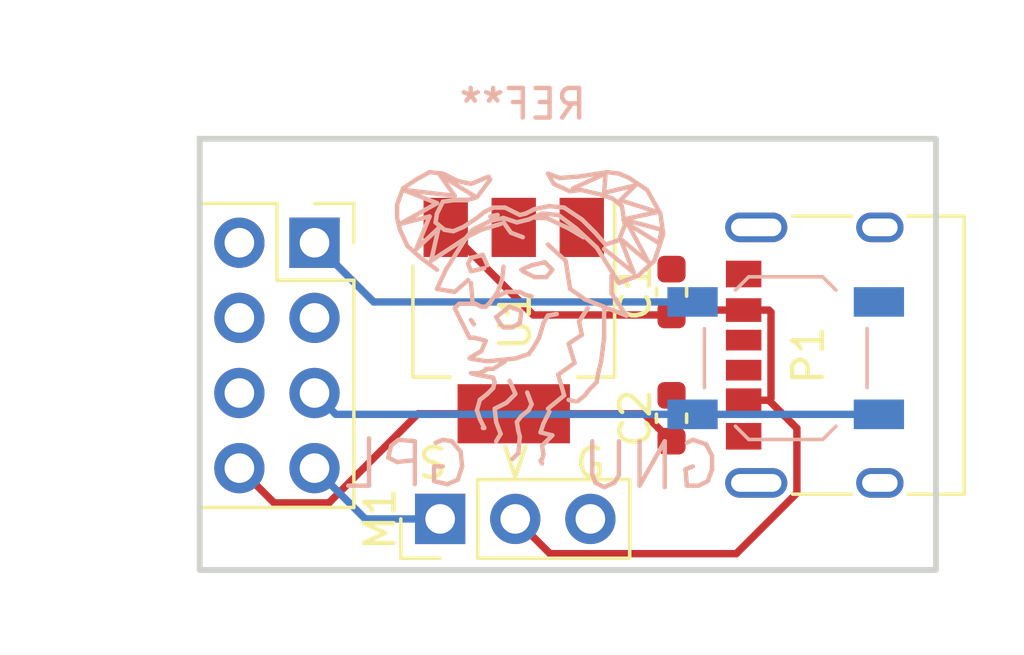
<source format=kicad_pcb>
(kicad_pcb (version 20211014) (generator pcbnew)
  (layers (0 "F.Cu" signal) (31 "B.Cu" signal) (34 "B.Paste" user) (35 "F.Paste" user) (36 "B.SilkS" user "B.Silkscreen") (37 "F.SilkS" user "F.Silkscreen") (38 "B.Mask" user) (39 "F.Mask" user) (44 "Edge.Cuts" user))
  (net 0 "")
  (net 1 "+5V")
  (net 2 "GND")
  (net 3 "+3V3")
  (net 4 "/TX")
  (net 5 "/IO2")
  (net 6 "/EN")
  (net 7 "/IO0")
  (net 8 "/RST")
  (net 9 "/RX")
  (footprint "Library:USB_C_6P" (layer "F.Cu") (at 148.9456 94.3864 90)
    (fp_text reference "P1" (at 0 -1.3716 90 unlocked) (layer "F.SilkS"))
    (fp_text value "USB_C_Plug_USB2.0")
    (fp_line (start 4.7 -1.9) (end 4.7 0.1) (layer "F.SilkS") (width 0.12))
    (fp_line (start -4.7 2) (end -4.7 3.9) (layer "F.SilkS") (width 0.12))
    (fp_line (start -4.7 3.9) (end 4.7 3.9) (layer "F.SilkS") (width 0.12))
    (fp_line (start 4.7 2) (end 4.7 3.9) (layer "F.SilkS") (width 0.12))
    (fp_line (start -4.7 -1.9) (end -4.7 0.1) (layer "F.SilkS") (width 0.12))
    (pad "A5" smd rect (at -0.508 -3.556 90) (size 0.7 1.2) (layers "F.Cu" "F.Paste" "F.Mask"))
    (pad "A9" smd rect (at 1.524 -3.556 90) (size 0.8 1.2) (layers "F.Cu" "F.Paste" "F.Mask") (net 1 "+5V"))
    (pad "A12" smd rect (at 2.7432 -3.556 90) (size 0.9 1.2) (layers "F.Cu" "F.Paste" "F.Mask") (net 2 "GND"))
    (pad "B5" smd rect (at 0.508 -3.556 90) (size 0.7 1.2) (layers "F.Cu" "F.Paste" "F.Mask"))
    (pad "B9" smd rect (at -1.524 -3.556 90) (size 0.8 1.2) (layers "F.Cu" "F.Paste" "F.Mask") (net 1 "+5V"))
    (pad "B12" smd rect (at -2.7432 -3.556 90) (size 0.9 1.2) (layers "F.Cu" "F.Paste" "F.Mask") (net 2 "GND"))
    (pad "S1" thru_hole oval (at -4.32 1.05 90) (size 1 1.6) (drill oval 0.6 1.2) (layers *.Cu *.Mask))
    (pad "S1" thru_hole oval (at 4.32 1.05 90) (size 1 1.6) (drill oval 0.6 1.2) (layers *.Cu *.Mask))
    (pad "S1" thru_hole oval (at 4.32 -3.13 90) (size 1 2.1) (drill oval 0.6 1.7) (layers *.Cu *.Mask))
    (pad "S1" thru_hole oval (at -4.32 -3.13 90) (size 1 2.1) (drill oval 0.6 1.7) (layers *.Cu *.Mask))
  )
  (footprint "Connector_PinHeader_2.54mm:PinHeader_1x03_P2.54mm_Vertical" (layer "F.Cu") (at 135.128 99.9236 90)
    (fp_text reference "M1" (at 0 -2.032 90) (layer "F.SilkS"))
    (fp_text value "Motor_Servo")
    (fp_line (start 1.33 1.27) (end 1.33 6.41) (layer "F.SilkS") (width 0.12))
    (fp_line (start -1.33 1.27) (end -1.33 6.41) (layer "F.SilkS") (width 0.12))
    (fp_line (start -1.33 0) (end -1.33 -1.33) (layer "F.SilkS") (width 0.12))
    (fp_line (start -1.33 -1.33) (end 0 -1.33) (layer "F.SilkS") (width 0.12))
    (fp_line (start -1.33 1.27) (end 1.33 1.27) (layer "F.SilkS") (width 0.12))
    (fp_line (start -1.33 6.41) (end 1.33 6.41) (layer "F.SilkS") (width 0.12))
    (pad "1" thru_hole rect (at 0 0 90) (size 1.7 1.7) (drill 1) (layers *.Cu *.Mask) (net 9 "/RX"))
    (pad "2" thru_hole oval (at 0 2.54 90) (size 1.7 1.7) (drill 1) (layers *.Cu *.Mask) (net 1 "+5V"))
    (pad "3" thru_hole oval (at 0 5.08 90) (size 1.7 1.7) (drill 1) (layers *.Cu *.Mask) (net 2 "GND"))
  )
  (footprint "Capacitor_SMD:C_0603_1608Metric" (layer "F.Cu") (at 142.9512 96.52 90)
    (fp_text reference "C2" (at 0 -1.2192 90) (layer "F.SilkS"))
    (fp_text value "C")
    (fp_line (start -0.14058 -0.51) (end 0.14058 -0.51) (layer "F.SilkS") (width 0.12))
    (fp_line (start -0.14058 0.51) (end 0.14058 0.51) (layer "F.SilkS") (width 0.12))
    (pad "1" smd roundrect (at -0.775 0 90) (size 0.9 0.95) (layers "F.Cu" "F.Paste" "F.Mask") (net 3 "+3V3"))
    (pad "2" smd roundrect (at 0.775 0 90) (size 0.9 0.95) (layers "F.Cu" "F.Paste" "F.Mask") (net 2 "GND"))
  )
  (footprint "Capacitor_SMD:C_0603_1608Metric" (layer "F.Cu") (at 142.9512 92.2528 90)
    (fp_text reference "C1" (at 0 -1.2192 90) (layer "F.SilkS"))
    (fp_text value "C")
    (fp_line (start -0.14058 -0.51) (end 0.14058 -0.51) (layer "F.SilkS") (width 0.12))
    (fp_line (start -0.14058 0.51) (end 0.14058 0.51) (layer "F.SilkS") (width 0.12))
    (pad "1" smd roundrect (at -0.775 0 90) (size 0.9 0.95) (layers "F.Cu" "F.Paste" "F.Mask") (net 1 "+5V"))
    (pad "2" smd roundrect (at 0.775 0 90) (size 0.9 0.95) (layers "F.Cu" "F.Paste" "F.Mask") (net 2 "GND"))
  )
  (footprint "Package_TO_SOT_SMD:SOT-223-3_TabPin2" (layer "F.Cu") (at 137.6172 93.218 -90)
    (fp_text reference "U1" (at 0 -0.0508 90) (layer "F.SilkS"))
    (fp_text value "AMS1117")
    (fp_line (start 1.91 -3.41) (end 1.91 -2.15) (layer "F.SilkS") (width 0.12))
    (fp_line (start 1.91 3.41) (end 1.91 2.15) (layer "F.SilkS") (width 0.12))
    (fp_line (start -4.1 -3.41) (end 1.91 -3.41) (layer "F.SilkS") (width 0.12))
    (fp_line (start -1.85 3.41) (end 1.91 3.41) (layer "F.SilkS") (width 0.12))
    (pad "1" smd rect (at -3.15 -2.3 270) (size 2 1.5) (layers "F.Cu" "F.Paste" "F.Mask") (net 2 "GND"))
    (pad "2" smd rect (at -3.15 0 270) (size 2 1.5) (layers "F.Cu" "F.Paste" "F.Mask") (net 3 "+3V3"))
    (pad "2" smd rect (at 3.15 0 270) (size 2 3.8) (layers "F.Cu" "F.Paste" "F.Mask") (net 3 "+3V3"))
    (pad "3" smd rect (at -3.15 2.3 270) (size 2 1.5) (layers "F.Cu" "F.Paste" "F.Mask") (net 1 "+5V"))
  )
  (footprint "Connector_PinSocket_2.54mm:PinSocket_2x04_P2.54mm_Vertical" (layer "F.Cu") (at 130.8808 90.5864)
    (fp_text reference "J1" hide)
    (fp_text value "Conn_02x04_Top_Bottom")
    (fp_line (start -3.87 -1.33) (end -1.27 -1.33) (layer "F.SilkS") (width 0.12))
    (fp_line (start -1.27 1.27) (end 1.33 1.27) (layer "F.SilkS") (width 0.12))
    (fp_line (start 0 -1.33) (end 1.33 -1.33) (layer "F.SilkS") (width 0.12))
    (fp_line (start 1.33 -1.33) (end 1.33 0) (layer "F.SilkS") (width 0.12))
    (fp_line (start -3.87 -1.33) (end -3.87 8.95) (layer "F.SilkS") (width 0.12))
    (fp_line (start -1.27 -1.33) (end -1.27 1.27) (layer "F.SilkS") (width 0.12))
    (fp_line (start 1.33 1.27) (end 1.33 8.95) (layer "F.SilkS") (width 0.12))
    (fp_line (start -3.87 8.95) (end 1.33 8.95) (layer "F.SilkS") (width 0.12))
    (pad "1" thru_hole rect (at 0 0) (size 1.7 1.7) (drill 1) (layers *.Cu *.Mask) (net 2 "GND"))
    (pad "2" thru_hole oval (at -2.54 0) (size 1.7 1.7) (drill 1) (layers *.Cu *.Mask) (net 4 "/TX"))
    (pad "3" thru_hole oval (at 0 2.54) (size 1.7 1.7) (drill 1) (layers *.Cu *.Mask) (net 5 "/IO2"))
    (pad "4" thru_hole oval (at -2.54 2.54) (size 1.7 1.7) (drill 1) (layers *.Cu *.Mask) (net 6 "/EN"))
    (pad "5" thru_hole oval (at 0 5.08) (size 1.7 1.7) (drill 1) (layers *.Cu *.Mask) (net 7 "/IO0"))
    (pad "6" thru_hole oval (at -2.54 5.08) (size 1.7 1.7) (drill 1) (layers *.Cu *.Mask) (net 8 "/RST"))
    (pad "7" thru_hole oval (at 0 7.62) (size 1.7 1.7) (drill 1) (layers *.Cu *.Mask) (net 9 "/RX"))
    (pad "8" thru_hole oval (at -2.54 7.62) (size 1.7 1.7) (drill 1) (layers *.Cu *.Mask) (net 3 "+3V3"))
  )
  (footprint "Symbol:Symbol_GNU-Logo_SilkscreenTop" (layer "B.Cu") (at 137.922 91.948 180)
    (fp_text reference "REF**" (at 0 6.05028) (layer "B.SilkS") (effects (justify mirror)))
    (fp_text value "Symbol_GNU-Logo_SilkscreenTop")
    (fp_line (start 1.45034 -4.59994) (end 1.30048 -4.89966) (layer "B.SilkS") (width 0.15))
    (fp_line (start 1.5494 2.90068) (end 1.89992 2.79908) (layer "B.SilkS") (width 0.15))
    (fp_line (start -3.44932 1.95072) (end -3.35026 2.60096) (layer "B.SilkS") (width 0.15))
    (fp_line (start 2.10058 -5.69976) (end 2.04978 -6.20014) (layer "B.SilkS") (width 0.15))
    (fp_line (start 0.59944 2.55016) (end 0.09906 2.30124) (layer "B.SilkS") (width 0.15))
    (fp_line (start -2.4511 -6.74878) (end -2.3495 -6.44906) (layer "B.SilkS") (width 0.15))
    (fp_line (start -0.59944 -5.99948) (end -0.65024 -6.10108) (layer "B.SilkS") (width 0.15))
    (fp_line (start 0.7493 -1.39954) (end 0.89916 -1.15062) (layer "B.SilkS") (width 0.15))
    (fp_line (start -0.70104 -1.34874) (end -0.8509 -1.09982) (layer "B.SilkS") (width 0.15))
    (fp_line (start -3.74904 0.35052) (end -3.29946 1.50114) (layer "B.SilkS") (width 0.15))
    (fp_line (start -3.79984 3.29946) (end -2.75082 3.05054) (layer "B.SilkS") (width 0.15))
    (fp_line (start -0.70104 -4.7498) (end -0.59944 -5.04952) (layer "B.SilkS") (width 0.15))
    (fp_line (start -0.65024 2.3495) (end -0.20066 2.14884) (layer "B.SilkS") (width 0.15))
    (fp_line (start -1.95072 3.1496) (end -1.6002 3.0988) (layer "B.SilkS") (width 0.15))
    (fp_line (start -0.70104 -5.79882) (end -0.65024 -5.95122) (layer "B.SilkS") (width 0.15))
    (fp_line (start 0.14986 -5.75056) (end 0.35052 -5.95122) (layer "B.SilkS") (width 0.15))
    (fp_line (start 3.64998 -6.79958) (end 3.64998 -5.34924) (layer "B.SilkS") (width 0.15))
    (fp_line (start -1.89992 3.59918) (end -2.84988 3.74904) (layer "B.SilkS") (width 0.15))
    (fp_line (start 1.19888 -3.74904) (end 1.45034 -3.9497) (layer "B.SilkS") (width 0.15))
    (fp_line (start 1.75006 0.8509) (end 1.84912 0.65024) (layer "B.SilkS") (width 0.15))
    (fp_line (start -1.24968 3.55092) (end -1.89992 3.59918) (layer "B.SilkS") (width 0.15))
    (fp_line (start 0.7493 1.99898) (end 1.39954 1.80086) (layer "B.SilkS") (width 0.15))
    (fp_line (start -2.75082 3.05054) (end -2.79908 3.70078) (layer "B.SilkS") (width 0.15))
    (fp_line (start -1.6002 -0.20066) (end -1.45034 0.7493) (layer "B.SilkS") (width 0.15))
    (fp_line (start 2.99974 -6.70052) (end 2.99974 -6.20014) (layer "B.SilkS") (width 0.15))
    (fp_line (start -0.20066 -2.4003) (end -0.35052 -2.19964) (layer "B.SilkS") (width 0.15))
    (fp_line (start 3.8989 1.24968) (end 3.44932 0.8509) (layer "B.SilkS") (width 0.15))
    (fp_line (start 1.39954 -2.30124) (end 1.75006 -2.49936) (layer "B.SilkS") (width 0.15))
    (fp_line (start 2.99974 -6.20014) (end 2.70002 -6.20014) (layer "B.SilkS") (width 0.15))
    (fp_line (start -3.40106 2.14884) (end -4.54914 2.4003) (layer "B.SilkS") (width 0.15))
    (fp_line (start 4.20116 -5.30098) (end 4.45008 -5.4991) (layer "B.SilkS") (width 0.15))
    (fp_line (start 1.00076 -3.55092) (end 1.19888 -3.74904) (layer "B.SilkS") (width 0.15))
    (fp_line (start 1.30048 -4.89966) (end 1.34874 -4.89966) (layer "B.SilkS") (width 0.15))
    (fp_line (start -3.55092 1.99898) (end -4.59994 1.34874) (layer "B.SilkS") (width 0.15))
    (fp_line (start 0.09906 -5.19938) (end 0.14986 -5.75056) (layer "B.SilkS") (width 0.15))
    (fp_line (start -2.79908 1.30048) (end -3.2512 1.45034) (layer "B.SilkS") (width 0.15))
    (fp_line (start -0.14986 -3.70078) (end -0.29972 -4.09956) (layer "B.SilkS") (width 0.15))
    (fp_line (start -1.00076 0.44958) (end -0.8001 0.20066) (layer "B.SilkS") (width 0.15))
    (fp_line (start -1.5494 1.84912) (end -0.8001 2.19964) (layer "B.SilkS") (width 0.15))
    (fp_line (start -1.19888 2.30124) (end -0.65024 2.3495) (layer "B.SilkS") (width 0.15))
    (fp_line (start -2.79908 3.70078) (end -1.69926 3.2004) (layer "B.SilkS") (width 0.15))
    (fp_line (start 0.94996 -3.35026) (end 1.00076 -3.55092) (layer "B.SilkS") (width 0.15))
    (fp_line (start 1.651 -1.84912) (end 1.24968 -1.95072) (layer "B.SilkS") (width 0.15))
    (fp_line (start -2.3495 -6.44906) (end -2.3495 -5.34924) (layer "B.SilkS") (width 0.15))
    (fp_line (start 0.44958 -0.8001) (end 0.0508 -0.94996) (layer "B.SilkS") (width 0.15))
    (fp_line (start 1.39954 -0.8001) (end 1.6002 -0.70104) (layer "B.SilkS") (width 0.15))
    (fp_line (start -5.75056 -5.30098) (end -6.20014 -5.45084) (layer "B.SilkS") (width 0.15))
    (fp_line (start -2.10058 -0.55118) (end -1.6002 -0.20066) (layer "B.SilkS") (width 0.15))
    (fp_line (start 0.89916 -1.15062) (end 0.44958 -0.8001) (layer "B.SilkS") (width 0.15))
    (fp_line (start -1.39954 -3.79984) (end -0.8509 -4.24942) (layer "B.SilkS") (width 0.15))
    (fp_line (start 1.89992 2.79908) (end 2.3495 2.79908) (layer "B.SilkS") (width 0.15))
    (fp_line (start 1.24968 -0.8001) (end 1.39954 -0.8001) (layer "B.SilkS") (width 0.15))
    (fp_line (start -2.4511 1.69926) (end -2.79908 1.30048) (layer "B.SilkS") (width 0.15))
    (fp_line (start 2.70002 -5.30098) (end 2.4003 -5.34924) (layer "B.SilkS") (width 0.15))
    (fp_line (start 1.5494 2.19964) (end 1.30048 2.4003) (layer "B.SilkS") (width 0.15))
    (fp_line (start 0.65024 -1.50114) (end 0.7493 -1.39954) (layer "B.SilkS") (width 0.15))
    (fp_line (start 4.15036 1.99898) (end 2.90068 2.70002) (layer "B.SilkS") (width 0.15))
    (fp_line (start 1.30048 2.4003) (end 1.00076 2.55016) (layer "B.SilkS") (width 0.15))
    (fp_line (start 1.75006 0) (end 1.69926 -0.65024) (layer "B.SilkS") (width 0.15))
    (fp_line (start -3.2512 3.70078) (end -3.59918 3.55092) (layer "B.SilkS") (width 0.15))
    (fp_line (start -5.5499 -6.85038) (end -5.4991 -6.2992) (layer "B.SilkS") (width 0.15))
    (fp_line (start -4.8006 -5.34924) (end -3.9497 -6.85038) (layer "B.SilkS") (width 0.15))
    (fp_line (start 1.34874 0.94996) (end 1.75006 0.8509) (layer "B.SilkS") (width 0.15))
    (fp_line (start -2.49936 -3.35026) (end -2.55016 -3.05054) (layer "B.SilkS") (width 0.15))
    (fp_line (start 0.8509 -0.44958) (end 0.55118 -0.29972) (layer "B.SilkS") (width 0.15))
    (fp_line (start -2.75082 -6.90118) (end -2.4511 -6.74878) (layer "B.SilkS") (width 0.15))
    (fp_line (start -2.55016 -3.05054) (end -2.64922 -2.64922) (layer "B.SilkS") (width 0.15))
    (fp_line (start -1.45034 0.7493) (end -0.8509 1.30048) (layer "B.SilkS") (width 0.15))
    (fp_line (start -0.20066 2.14884) (end 0.20066 2.04978) (layer "B.SilkS") (width 0.15))
    (fp_line (start 5.19938 -6.85038) (end 5.90042 -6.85038) (layer "B.SilkS") (width 0.15))
    (fp_line (start 1.45034 -3.9497) (end 1.5494 -4.30022) (layer "B.SilkS") (width 0.15))
    (fp_line (start 0.94996 -4.24942) (end 0.89916 -4.699) (layer "B.SilkS") (width 0.15))
    (fp_line (start 1.09982 2.10058) (end 1.69926 1.80086) (layer "B.SilkS") (width 0.15))
    (fp_line (start -0.39878 0.20066) (end 0 0.39878) (layer "B.SilkS") (width 0.15))
    (fp_line (start -2.99974 0.24892) (end -2.99974 -0.35052) (layer "B.SilkS") (width 0.15))
    (fp_line (start -0.8509 -1.09982) (end -1.15062 -1.04902) (layer "B.SilkS") (width 0.15))
    (fp_line (start 1.09982 -0.65024) (end 1.24968 -0.8001) (layer "B.SilkS") (width 0.15))
    (fp_line (start 4.04876 3.2004) (end 4.24942 2.64922) (layer "B.SilkS") (width 0.15))
    (fp_line (start 0.20066 -4.699) (end 0.14986 -5.00126) (layer "B.SilkS") (width 0.15))
    (fp_line (start -0.55118 -1.84912) (end -0.70104 -1.34874) (layer "B.SilkS") (width 0.15))
    (fp_line (start 2.30124 -0.29972) (end 1.84912 0.09906) (layer "B.SilkS") (width 0.15))
    (fp_line (start 4.24942 2.64922) (end 4.24942 2.19964) (layer "B.SilkS") (width 0.15))
    (fp_line (start 0.65024 0.55118) (end 0.70104 0.09906) (layer "B.SilkS") (width 0.15))
    (fp_line (start 3.44932 0.8509) (end 2.90068 0.44958) (layer "B.SilkS") (width 0.15))
    (fp_line (start -1.89992 -1.30048) (end -1.99898 -1.75006) (layer "B.SilkS") (width 0.15))
    (fp_line (start 0.0508 -4.50088) (end 0.20066 -4.699) (layer "B.SilkS") (width 0.15))
    (fp_line (start -1.80086 1.84912) (end -1.19888 2.30124) (layer "B.SilkS") (width 0.15))
    (fp_line (start -3.0988 -6.74878) (end -2.75082 -6.90118) (layer "B.SilkS") (width 0.15))
    (fp_line (start -3.35026 2.60096) (end -3.05054 2.84988) (layer "B.SilkS") (width 0.15))
    (fp_line (start 0.39878 1.69926) (end 0.65024 2.04978) (layer "B.SilkS") (width 0.15))
    (fp_line (start 1.15062 3.59918) (end 1.75006 3.35026) (layer "B.SilkS") (width 0.15))
    (fp_line (start -4.8006 -6.90118) (end -4.8006 -5.34924) (layer "B.SilkS") (width 0.15))
    (fp_line (start 1.6002 -0.70104) (end 1.80086 -0.70104) (layer "B.SilkS") (width 0.15))
    (fp_line (start -1.00076 -5.15112) (end -0.65024 -5.4991) (layer "B.SilkS") (width 0.15))
    (fp_line (start 1.39954 1.80086) (end 1.80086 1.6002) (layer "B.SilkS") (width 0.15))
    (fp_line (start -0.09906 -0.39878) (end -0.29972 -0.44958) (layer "B.SilkS") (width 0.15))
    (fp_line (start -0.8509 3.70078) (end -1.24968 3.55092) (layer "B.SilkS") (width 0.15))
    (fp_line (start 3.59918 1.15062) (end 3.1496 2.25044) (layer "B.SilkS") (width 0.15))
    (fp_line (start 0.55118 -0.29972) (end 0.24892 -0.29972) (layer "B.SilkS") (width 0.15))
    (fp_line (start -4.54914 2.4003) (end -3.29946 2.79908) (layer "B.SilkS") (width 0.15))
    (fp_line (start 1.69926 1.80086) (end 1.89992 1.5494) (layer "B.SilkS") (width 0.15))
    (fp_line (start -1.39954 2.55016) (end -1.99898 2.14884) (layer "B.SilkS") (width 0.15))
    (fp_line (start 2.55016 -6.79958) (end 2.99974 -6.70052) (layer "B.SilkS") (width 0.15))
    (fp_line (start -0.39878 2.49936) (end -0.89916 2.60096) (layer "B.SilkS") (width 0.15))
    (fp_line (start 1.09982 3.50012) (end 1.5494 2.90068) (layer "B.SilkS") (width 0.15))
    (fp_line (start 2.30124 2.94894) (end 2.79908 3.64998) (layer "B.SilkS") (width 0.15))
    (fp_line (start 4.54914 -5.90042) (end 4.24942 -6.05028) (layer "B.SilkS") (width 0.15))
    (fp_line (start 2.90068 -0.20066) (end 2.30124 -0.29972) (layer "B.SilkS") (width 0.15))
    (fp_line (start 2.64922 1.80086) (end 2.3495 1.75006) (layer "B.SilkS") (width 0.15))
    (fp_line (start 1.80086 -1.84912) (end 1.651 -1.84912) (layer "B.SilkS") (width 0.15))
    (fp_line (start 1.00076 -2.90068) (end 1.24968 -2.90068) (layer "B.SilkS") (width 0.15))
    (fp_line (start 2.90068 2.3495) (end 2.94894 2.04978) (layer "B.SilkS") (width 0.15))
    (fp_line (start -1.75006 -4.0005) (end -1.5494 -3.9497) (layer "B.SilkS") (width 0.15))
    (fp_line (start 0.0508 0.44958) (end -0.29972 0.59944) (layer "B.SilkS") (width 0.15))
    (fp_line (start 3.64998 -5.34924) (end 4.20116 -5.30098) (layer "B.SilkS") (width 0.15))
    (fp_line (start -2.60096 2.99974) (end -1.95072 3.1496) (layer "B.SilkS") (width 0.15))
    (fp_line (start -5.5499 -5.40004) (end -5.75056 -5.30098) (layer "B.SilkS") (width 0.15))
    (fp_line (start -6.4008 -6.2992) (end -6.25094 -6.70052) (layer "B.SilkS") (width 0.15))
    (fp_line (start -4.24942 0.70104) (end -3.55092 1.99898) (layer "B.SilkS") (width 0.15))
    (fp_line (start 0.44958 -3.29946) (end 0.24892 -3.74904) (layer "B.SilkS") (width 0.15))
    (fp_line (start 1.80086 1.6002) (end 3.0988 0.7493) (layer "B.SilkS") (width 0.15))
    (fp_line (start -3.05054 2.84988) (end -2.60096 2.99974) (layer "B.SilkS") (width 0.15))
    (fp_line (start 2.90068 2.70002) (end 4.04876 3.1496) (layer "B.SilkS") (width 0.15))
    (fp_line (start 1.75006 -1.24968) (end 1.651 -1.39954) (layer "B.SilkS") (width 0.15))
    (fp_line (start -6.4008 -5.84962) (end -6.4008 -6.2992) (layer "B.SilkS") (width 0.15))
    (fp_line (start -1.19888 -3.0988) (end -1.39954 -3.79984) (layer "B.SilkS") (width 0.15))
    (fp_line (start 1.5494 -4.30022) (end 1.45034 -4.59994) (layer "B.SilkS") (width 0.15))
    (fp_line (start -3.8989 0.24892) (end -3.2512 0) (layer "B.SilkS") (width 0.15))
    (fp_line (start 0.8509 2.30124) (end 1.09982 2.25044) (layer "B.SilkS") (width 0.15))
    (fp_line (start -1.84912 -4.0005) (end -2.10058 -3.79984) (layer "B.SilkS") (width 0.15))
    (fp_line (start -0.8001 2.19964) (end -0.44958 2.19964) (layer "B.SilkS") (width 0.15))
    (fp_line (start -2.64922 -2.64922) (end -2.70002 -2.25044) (layer "B.SilkS") (width 0.15))
    (fp_line (start 4.04876 3.1496) (end 2.30124 2.94894) (layer "B.SilkS") (width 0.15))
    (fp_line (start 0.24892 -2.55016) (end -0.20066 -2.4003) (layer "B.SilkS") (width 0.15))
    (fp_line (start 1.00076 -3.2004) (end 0.94996 -3.35026) (layer "B.SilkS") (width 0.15))
    (fp_line (start 2.4003 -5.34924) (end 2.10058 -5.69976) (layer "B.SilkS") (width 0.15))
    (fp_line (start -6.20014 -5.45084) (end -6.4008 -5.84962) (layer "B.SilkS") (width 0.15))
    (fp_line (start 3.0988 0.7493) (end 2.84988 1.84912) (layer "B.SilkS") (width 0.15))
    (fp_line (start -2.19964 -0.8509) (end -1.89992 -1.30048) (layer "B.SilkS") (width 0.15))
    (fp_line (start -4.59994 1.34874) (end -4.699 1.80086) (layer "B.SilkS") (width 0.15))
    (fp_line (start 2.04978 -6.20014) (end 2.19964 -6.64972) (layer "B.SilkS") (width 0.15))
    (fp_line (start 3.59918 3.50012) (end 4.04876 3.2004) (layer "B.SilkS") (width 0.15))
    (fp_line (start 1.24968 -1.95072) (end 1.39954 -2.30124) (layer "B.SilkS") (width 0.15))
    (fp_line (start -2.10058 -3.79984) (end -2.25044 -3.59918) (layer "B.SilkS") (width 0.15))
    (fp_line (start 0 1.5494) (end 0.39878 1.69926) (layer "B.SilkS") (width 0.15))
    (fp_line (start 0.24892 -3.74904) (end 0.55118 -4.04876) (layer "B.SilkS") (width 0.15))
    (fp_line (start 0.20066 2.04978) (end 0.65024 2.19964) (layer "B.SilkS") (width 0.15))
    (fp_line (start 2.3495 1.75006) (end 1.99898 1.89992) (layer "B.SilkS") (width 0.15))
    (fp_line (start 1.84912 0.65024) (end 1.75006 0.39878) (layer "B.SilkS") (width 0.15))
    (fp_line (start -1.6002 3.0988) (end -1.04902 3.35026) (layer "B.SilkS") (width 0.15))
    (fp_line (start 2.94894 2.04978) (end 2.64922 1.80086) (layer "B.SilkS") (width 0.15))
    (fp_line (start 1.75006 -3.05054) (end 1.5494 -3.0988) (layer "B.SilkS") (width 0.15))
    (fp_line (start -0.89916 2.60096) (end -1.39954 2.55016) (layer "B.SilkS") (width 0.15))
    (fp_line (start 2.14884 -0.70104) (end 2.30124 -0.8509) (layer "B.SilkS") (width 0.15))
    (fp_line (start 0.55118 -4.04876) (end 0.94996 -4.24942) (layer "B.SilkS") (width 0.15))
    (fp_line (start 2.70002 2.75082) (end 2.90068 2.3495) (layer "B.SilkS") (width 0.15))
    (fp_line (start -4.20116 3.1496) (end -4.65074 2.3495) (layer "B.SilkS") (width 0.15))
    (fp_line (start -3.2512 -6.49986) (end -3.0988 -6.74878) (layer "B.SilkS") (width 0.15))
    (fp_line (start 2.19964 -6.64972) (end 2.55016 -6.79958) (layer "B.SilkS") (width 0.15))
    (fp_line (start 4.24942 2.19964) (end 4.15036 1.80086) (layer "B.SilkS") (width 0.15))
    (fp_line (start -5.95122 -6.85038) (end -5.5499 -6.85038) (layer "B.SilkS") (width 0.15))
    (fp_line (start -0.8001 0.20066) (end -0.39878 0.20066) (layer "B.SilkS") (width 0.15))
    (fp_line (start -0.89916 -4.35102) (end -0.70104 -4.7498) (layer "B.SilkS") (width 0.15))
    (fp_line (start -2.49936 1.19888) (end -1.80086 1.84912) (layer "B.SilkS") (width 0.15))
    (fp_line (start -3.2512 0) (end -2.49936 1.19888) (layer "B.SilkS") (width 0.15))
    (fp_line (start -4.7498 1.651) (end -4.45008 0.7493) (layer "B.SilkS") (width 0.15))
    (fp_line (start 1.19888 0.59944) (end 1.34874 0.94996) (layer "B.SilkS") (width 0.15))
    (fp_line (start 5.19938 -5.25018) (end 5.19938 -6.85038) (layer "B.SilkS") (width 0.15))
    (fp_line (start 4.15036 1.80086) (end 3.8989 1.24968) (layer "B.SilkS") (width 0.15))
    (fp_line (start 0.24892 -0.29972) (end 0.09906 -0.29972) (layer "B.SilkS") (width 0.15))
    (fp_line (start 2.30124 -0.8509) (end 1.80086 -1.84912) (layer "B.SilkS") (width 0.15))
    (fp_line (start -5.4991 -6.2992) (end -5.75056 -6.20014) (layer "B.SilkS") (width 0.15))
    (fp_line (start 0.14986 -5.00126) (end 0.09906 -5.19938) (layer "B.SilkS") (width 0.15))
    (fp_line (start -1.99898 -1.75006) (end -1.5494 -2.04978) (layer "B.SilkS") (width 0.15))
    (fp_line (start 3.1496 2.25044) (end 4.15036 1.99898) (layer "B.SilkS") (width 0.15))
    (fp_line (start -0.35052 -2.19964) (end -0.55118 -1.84912) (layer "B.SilkS") (width 0.15))
    (fp_line (start 0.8509 -0.29972) (end 0.94996 -0.44958) (layer "B.SilkS") (width 0.15))
    (fp_line (start -3.59918 3.55092) (end -4.20116 3.1496) (layer "B.SilkS") (width 0.15))
    (fp_line (start -0.59944 -5.04952) (end -1.00076 -5.15112) (layer "B.SilkS") (width 0.15))
    (fp_line (start 0.70104 0.09906) (end 0.8509 -0.29972) (layer "B.SilkS") (width 0.15))
    (fp_line (start 1.89992 1.5494) (end 2.60096 0.44958) (layer "B.SilkS") (width 0.15))
    (fp_line (start -0.7493 0.70104) (end -1.00076 0.44958) (layer "B.SilkS") (width 0.15))
    (fp_line (start 4.45008 -5.4991) (end 4.54914 -5.90042) (layer "B.SilkS") (width 0.15))
    (fp_line (start 2.70002 3.70078) (end 3.1496 3.74904) (layer "B.SilkS") (width 0.15))
    (fp_line (start -1.5494 -2.04978) (end -1.75006 -2.70002) (layer "B.SilkS") (width 0.15))
    (fp_line (start -0.09906 2.3495) (end -0.39878 2.49936) (layer "B.SilkS") (width 0.15))
    (fp_line (start 1.50114 -3.05054) (end 1.75006 -3.05054) (layer "B.SilkS") (width 0.15))
    (fp_line (start -0.29972 0.59944) (end -0.7493 0.70104) (layer "B.SilkS") (width 0.15))
    (fp_line (start 0.0508 -0.94996) (end 0.09906 -1.34874) (layer "B.SilkS") (width 0.15))
    (fp_line (start 1.24968 -2.94894) (end 1.50114 -3.05054) (layer "B.SilkS") (width 0.15))
    (fp_line (start -2.04978 1.5494) (end -1.5494 1.84912) (layer "B.SilkS") (width 0.15))
    (fp_line (start -2.70002 -2.25044) (end -2.75082 -1.84912) (layer "B.SilkS") (width 0.15))
    (fp_line (start 0.35052 -1.50114) (end 0.65024 -1.50114) (layer "B.SilkS") (width 0.15))
    (fp_line (start 2.3495 2.79908) (end 2.70002 2.75082) (layer "B.SilkS") (width 0.15))
    (fp_line (start 0.09906 -1.34874) (end 0.35052 -1.50114) (layer "B.SilkS") (width 0.15))
    (fp_line (start 0.7493 -2.60096) (end 0.24892 -2.55016) (layer "B.SilkS") (width 0.15))
    (fp_line (start -2.25044 -3.59918) (end -2.49936 -3.35026) (layer "B.SilkS") (width 0.15))
    (fp_line (start -2.99974 -0.35052) (end -3.50012 -1.09982) (layer "B.SilkS") (width 0.15))
    (fp_line (start -0.29972 -4.09956) (end -0.20066 -4.30022) (layer "B.SilkS") (width 0.15))
    (fp_line (start 3.1496 3.74904) (end 3.59918 3.50012) (layer "B.SilkS") (width 0.15))
    (fp_line (start 1.99898 1.89992) (end 1.5494 2.19964) (layer "B.SilkS") (width 0.15))
    (fp_line (start -6.25094 -6.70052) (end -5.95122 -6.85038) (layer "B.SilkS") (width 0.15))
    (fp_line (start 1.5494 -3.0988) (end 1.00076 -3.2004) (layer "B.SilkS") (width 0.15))
    (fp_line (start 1.00076 2.55016) (end 0.59944 2.55016) (layer "B.SilkS") (width 0.15))
    (fp_line (start 4.24942 -6.05028) (end 3.74904 -5.99948) (layer "B.SilkS") (width 0.15))
    (fp_line (start 0.65024 2.19964) (end 1.09982 2.10058) (layer "B.SilkS") (width 0.15))
    (fp_line (start 1.75006 0.39878) (end 1.30048 0.50038) (layer "B.SilkS") (width 0.15))
    (fp_line (start -3.2512 -5.34924) (end -3.2512 -6.49986) (layer "B.SilkS") (width 0.15))
    (fp_line (start 1.75006 3.35026) (end 2.19964 3.44932) (layer "B.SilkS") (width 0.15))
    (fp_line (start -3.2512 1.45034) (end -3.44932 1.95072) (layer "B.SilkS") (width 0.15))
    (fp_line (start -3.29946 2.79908) (end -3.79984 3.29946) (layer "B.SilkS") (width 0.15))
    (fp_line (start 1.00076 -0.50038) (end 1.09982 -0.65024) (layer "B.SilkS") (width 0.15))
    (fp_line (start 1.19888 -2.64922) (end 0.7493 -2.60096) (layer "B.SilkS") (width 0.15))
    (fp_line (start -3.50012 -1.09982) (end -2.10058 -0.55118) (layer "B.SilkS") (width 0.15))
    (fp_line (start 1.75006 -0.70104) (end 2.14884 -0.70104) (layer "B.SilkS") (width 0.15))
    (fp_line (start 2.60096 0.44958) (end 2.90068 -0.20066) (layer "B.SilkS") (width 0.15))
    (fp_line (start -2.75082 -1.84912) (end -2.75082 -1.34874) (layer "B.SilkS") (width 0.15))
    (fp_line (start -1.75006 -2.70002) (end -1.19888 -3.0988) (layer "B.SilkS") (width 0.15))
    (fp_line (start -4.65074 2.3495) (end -4.7498 1.651) (layer "B.SilkS") (width 0.15))
    (fp_line (start -1.04902 3.35026) (end -0.8509 3.70078) (layer "B.SilkS") (width 0.15))
    (fp_line (start -3.9497 -6.85038) (end -3.9497 -5.34924) (layer "B.SilkS") (width 0.15))
    (fp_line (start -0.65024 -5.4991) (end -0.70104 -5.79882) (layer "B.SilkS") (width 0.15))
    (fp_line (start -2.75082 -1.34874) (end -2.75082 -0.8509) (layer "B.SilkS") (width 0.15))
    (fp_line (start 0.09906 2.30124) (end -0.09906 2.3495) (layer "B.SilkS") (width 0.15))
    (fp_line (start 0.89916 -4.699) (end 0.7493 -5.10032) (layer "B.SilkS") (width 0.15))
    (fp_line (start -1.99898 2.14884) (end -2.4511 1.69926) (layer "B.SilkS") (width 0.15))
    (fp_line (start 0.7493 -5.10032) (end 0.89916 -5.34924) (layer "B.SilkS") (width 0.15))
    (fp_line (start 2.94894 -5.40004) (end 2.70002 -5.30098) (layer "B.SilkS") (width 0.15))
    (fp_line (start -3.29946 1.50114) (end -4.24942 0.70104) (layer "B.SilkS") (width 0.15))
    (fp_line (start -0.20066 -4.30022) (end 0.0508 -4.50088) (layer "B.SilkS") (width 0.15))
    (fp_line (start 1.80086 -2.55016) (end 1.19888 -2.64922) (layer "B.SilkS") (width 0.15))
    (fp_line (start 0.59944 -2.64922) (end 1.00076 -2.90068) (layer "B.SilkS") (width 0.15))
    (fp_line (start -2.75082 1.15062) (end -3.74904 0.35052) (layer "B.SilkS") (width 0.15))
    (fp_line (start 2.79908 3.64998) (end 1.651 2.94894) (layer "B.SilkS") (width 0.15))
    (fp_line (start 2.84988 1.84912) (end 3.59918 1.15062) (layer "B.SilkS") (width 0.15))
    (fp_line (start 2.19964 3.44932) (end 2.70002 3.70078) (layer "B.SilkS") (width 0.15))
    (fp_line (start 0.09906 -0.29972) (end -0.09906 -0.39878) (layer "B.SilkS") (width 0.15))
    (fp_line (start -4.45008 0.7493) (end -3.8989 0.24892) (layer "B.SilkS") (width 0.15))
    (fp_line (start -4.699 1.80086) (end -3.40106 2.14884) (layer "B.SilkS") (width 0.15))
    (fp_line (start -2.84988 3.74904) (end -3.2512 3.70078) (layer "B.SilkS") (width 0.15))
  )
  (footprint "Button_Switch_SMD:SW_SPST_TL3342" (layer "B.Cu") (at 146.812 94.488)
    (fp_text reference "SW1" hide)
    (fp_text value "SW_Push")
    (fp_line (start 1.7 -2.3) (end 1.25 -2.75) (layer "B.SilkS") (width 0.12))
    (fp_line (start -1.7 2.3) (end -1.25 2.75) (layer "B.SilkS") (width 0.12))
    (fp_line (start -1.25 2.75) (end 1.25 2.75) (layer "B.SilkS") (width 0.12))
    (fp_line (start 2.75 1) (end 2.75 -1) (layer "B.SilkS") (width 0.12))
    (fp_line (start -1.7 -2.3) (end -1.25 -2.75) (layer "B.SilkS") (width 0.12))
    (fp_line (start -2.75 1) (end -2.75 -1) (layer "B.SilkS") (width 0.12))
    (fp_line (start 1.7 2.3) (end 1.25 2.75) (layer "B.SilkS") (width 0.12))
    (fp_line (start -1.25 -2.75) (end 1.25 -2.75) (layer "B.SilkS") (width 0.12))
    (pad "1" smd rect (at -3.15 1.9) (size 1.7 1) (layers "B.Cu" "B.Paste" "B.Mask") (net 7 "/IO0"))
    (pad "1" smd rect (at 3.15 1.9) (size 1.7 1) (layers "B.Cu" "B.Paste" "B.Mask") (net 7 "/IO0"))
    (pad "2" smd rect (at -3.15 -1.9) (size 1.7 1) (layers "B.Cu" "B.Paste" "B.Mask") (net 2 "GND"))
    (pad "2" smd rect (at 3.15 -1.9) (size 1.7 1) (layers "B.Cu" "B.Paste" "B.Mask") (net 2 "GND"))
  )
  (gr_rect (start 127 101.6508) (end 151.892 87.0712) (layer "Edge.Cuts") (width 0.2) (fill none))
  (gr_text "G" (at 140.208 98.044) (layer "F.SilkS") (effects (font (size 1 1))))
  (gr_text "V" (at 137.668 98.044) (layer "F.SilkS") (effects (font (size 1 1))))
  (gr_text "S" (at 134.874 98.044) (layer "F.SilkS") (effects (font (size 1 1))))
  (segment (start 138.842511 101.098111) (end 137.668 99.9236) (width 0.25) (layer "F.Cu") (net 1))
  (segment (start 143.1166 92.8624) (end 145.3896 92.8624) (width 0.25) (layer "F.Cu") (net 1))
  (segment (start 147.19012 96.86092) (end 147.19012 99.047927) (width 0.25) (layer "F.Cu") (net 1))
  (segment (start 145.3896 95.9104) (end 146.2396 95.9104) (width 0.25) (layer "F.Cu") (net 1))
  (segment (start 146.2396 92.8624) (end 146.314111 92.936911) (width 0.25) (layer "F.Cu") (net 1))
  (segment (start 138.277 93.0278) (end 142.9512 93.0278) (width 0.25) (layer "F.Cu") (net 1))
  (segment (start 146.314111 95.835889) (end 146.2396 95.9104) (width 0.25) (layer "F.Cu") (net 1))
  (segment (start 135.3172 90.068) (end 138.277 93.0278) (width 0.25) (layer "F.Cu") (net 1))
  (segment (start 142.9512 93.0278) (end 143.1166 92.8624) (width 0.25) (layer "F.Cu") (net 1))
  (segment (start 145.139936 101.098111) (end 138.842511 101.098111) (width 0.25) (layer "F.Cu") (net 1))
  (segment (start 147.19012 99.047927) (end 145.139936 101.098111) (width 0.25) (layer "F.Cu") (net 1))
  (segment (start 145.3896 92.8624) (end 146.2396 92.8624) (width 0.25) (layer "F.Cu") (net 1))
  (segment (start 146.314111 92.936911) (end 146.314111 95.835889) (width 0.25) (layer "F.Cu") (net 1))
  (segment (start 146.2396 95.9104) (end 147.19012 96.86092) (width 0.25) (layer "F.Cu") (net 1))
  (segment (start 143.662 92.588) (end 132.8824 92.588) (width 0.25) (layer "B.Cu") (net 2))
  (segment (start 130.8808 90.5964) (end 130.8808 90.5864) (width 0.25) (layer "B.Cu") (net 2))
  (segment (start 132.8824 92.588) (end 130.8808 90.5864) (width 0.25) (layer "B.Cu") (net 2))
  (segment (start 142.9512 97.295) (end 142.0242 96.368) (width 0.25) (layer "F.Cu") (net 3))
  (segment (start 137.6172 96.368) (end 134.38021 96.368) (width 0.25) (layer "F.Cu") (net 3))
  (segment (start 131.367299 99.380911) (end 129.515311 99.380911) (width 0.25) (layer "F.Cu") (net 3))
  (segment (start 134.38021 96.368) (end 131.367299 99.380911) (width 0.25) (layer "F.Cu") (net 3))
  (segment (start 142.0242 96.368) (end 137.6172 96.368) (width 0.25) (layer "F.Cu") (net 3))
  (segment (start 129.515311 99.380911) (end 128.3408 98.2064) (width 0.25) (layer "F.Cu") (net 3))
  (segment (start 131.6024 96.388) (end 130.8808 95.6664) (width 0.25) (layer "B.Cu") (net 7))
  (segment (start 149.962 96.388) (end 143.662 96.388) (width 0.25) (layer "B.Cu") (net 7))
  (segment (start 143.662 96.388) (end 131.6024 96.388) (width 0.25) (layer "B.Cu") (net 7))
  (segment (start 135.128 99.9236) (end 132.598 99.9236) (width 0.25) (layer "B.Cu") (net 9))
  (segment (start 132.598 99.9236) (end 130.8808 98.2064) (width 0.25) (layer "B.Cu") (net 9))
)
</source>
